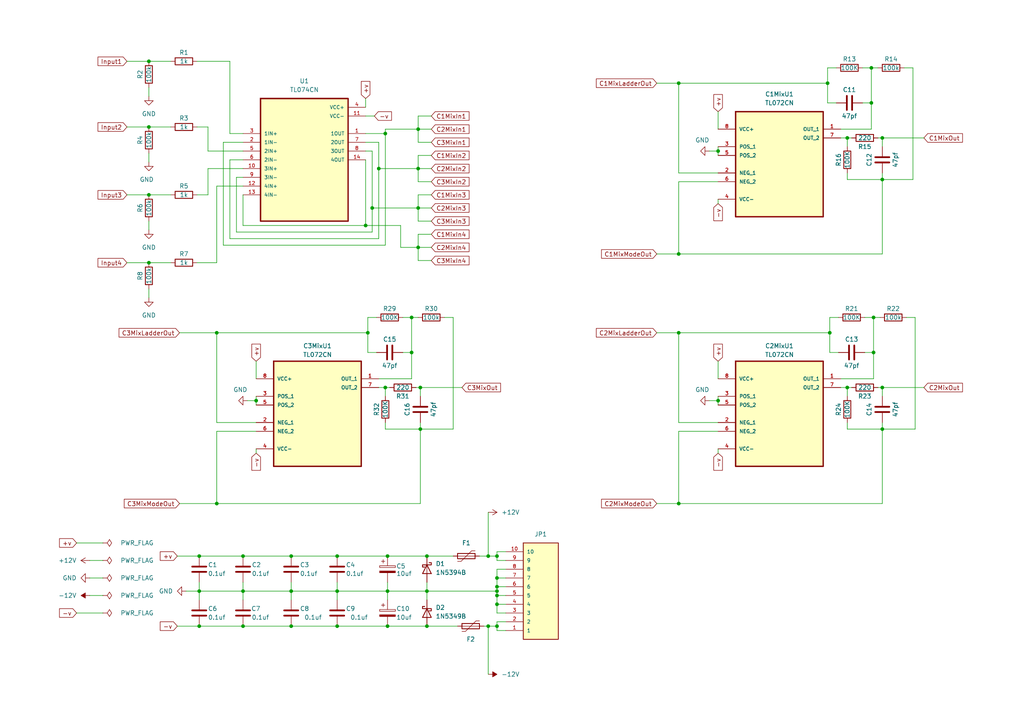
<source format=kicad_sch>
(kicad_sch (version 20230121) (generator eeschema)
  (paper "A4")
  (lib_symbols
    (symbol "+12V_1" (power) (pin_names (offset 0))
      (property "Value" "+12V_1" (at 0 3.556 0))
      (symbol "+12V_1_0_1"
        (polyline (pts (xy -0.762 1.27) (xy 0 2.54)))
        (polyline (pts (xy 0 0) (xy 0 2.54)))
        (polyline (pts (xy 0 2.54) (xy 0.762 1.27)))
      )
      (symbol "+12V_1_1_1"
        (pin power_in line (at 0 0 90) (length 0) hide (name "+12V") (number "1"))
      )
    )
    (symbol "-12V_1" (power) (pin_names (offset 0))
      (property "Value" "-12V_1" (at 0 3.81 0))
      (symbol "-12V_1_0_0"
        (pin power_in line (at 0 0 90) (length 0) hide (name "-12V") (number "1"))
      )
      (symbol "-12V_1_0_1"
        (polyline (pts (xy 0 0) (xy 0 1.27) (xy 0.762 1.27) (xy 0 2.54) (xy -0.762 1.27) (xy 0 1.27)) (fill (type outline)))
      )
    )
    (symbol "1761681-3:1761681-3" (pin_names (offset 1.016))
      (property "Reference" "J" (at -5.58 15.24 0))
      (property "Value" "1761681-3" (at -5.08 -15.24 0))
      (symbol "1761681-3_0_0"
        (rectangle (start -5.08 -12.7) (end 5.08 15.24) (stroke (width 0.254)) (fill (type background)))
        (pin passive line (at -10.16 12.7 0) (length 5.08) (name "1") (number "1"))
        (pin passive line (at -10.16 -10.16 0) (length 5.08) (name "10") (number "10"))
        (pin passive line (at -10.16 10.16 0) (length 5.08) (name "2") (number "2"))
        (pin passive line (at -10.16 7.62 0) (length 5.08) (name "3") (number "3"))
        (pin passive line (at -10.16 5.08 0) (length 5.08) (name "4") (number "4"))
        (pin passive line (at -10.16 2.54 0) (length 5.08) (name "5") (number "5"))
        (pin passive line (at -10.16 0 0) (length 5.08) (name "6") (number "6"))
        (pin passive line (at -10.16 -2.54 0) (length 5.08) (name "7") (number "7"))
        (pin passive line (at -10.16 -5.08 0) (length 5.08) (name "8") (number "8"))
        (pin passive line (at -10.16 -7.62 0) (length 5.08) (name "9") (number "9"))
      )
    )
    (symbol "Device:C" (pin_numbers hide) (pin_names (offset 0.254))
      (property "Reference" "C" (at 0.635 2.54 0))
      (property "Value" "C" (at 0.635 -2.54 0))
      (symbol "C_0_1"
        (polyline (pts (xy -2.032 -0.762) (xy 2.032 -0.762)) (stroke (width 0.508)))
        (polyline (pts (xy -2.032 0.762) (xy 2.032 0.762)) (stroke (width 0.508)))
      )
      (symbol "C_1_1"
        (pin passive line (at 0 3.81 270) (length 2.794) (name "~") (number "1"))
        (pin passive line (at 0 -3.81 90) (length 2.794) (name "~") (number "2"))
      )
    )
    (symbol "Device:C_Polarized" (pin_numbers hide) (pin_names (offset 0.254))
      (property "Reference" "C" (at 0.635 2.54 0))
      (property "Value" "C_Polarized" (at 0.635 -2.54 0))
      (symbol "C_Polarized_0_1"
        (rectangle (start -2.286 0.508) (end 2.286 1.016))
        (polyline (pts (xy -1.778 2.286) (xy -0.762 2.286)))
        (polyline (pts (xy -1.27 2.794) (xy -1.27 1.778)))
        (rectangle (start 2.286 -0.508) (end -2.286 -1.016) (fill (type outline)))
      )
      (symbol "C_Polarized_1_1"
        (pin passive line (at 0 3.81 270) (length 2.794) (name "~") (number "1"))
        (pin passive line (at 0 -3.81 90) (length 2.794) (name "~") (number "2"))
      )
    )
    (symbol "Device:Polyfuse" (pin_numbers hide) (pin_names (offset 0))
      (property "Reference" "F" (at -2.54 0 90))
      (property "Value" "Polyfuse" (at 2.54 0 90))
      (symbol "Polyfuse_0_1"
        (rectangle (start -0.762 2.54) (end 0.762 -2.54) (stroke (width 0.254)))
        (polyline (pts (xy 0 2.54) (xy 0 -2.54)))
        (polyline (pts (xy -1.524 2.54) (xy -1.524 1.524) (xy 1.524 -1.524) (xy 1.524 -2.54)))
      )
      (symbol "Polyfuse_1_1"
        (pin passive line (at 0 3.81 270) (length 1.27) (name "~") (number "1"))
        (pin passive line (at 0 -3.81 90) (length 1.27) (name "~") (number "2"))
      )
    )
    (symbol "Device:R" (pin_numbers hide) (pin_names (offset 0))
      (property "Reference" "R" (at 2.032 0 90))
      (property "Value" "R" (at 0 0 90))
      (symbol "R_0_1"
        (rectangle (start -1.016 -2.54) (end 1.016 2.54) (stroke (width 0.254)))
      )
      (symbol "R_1_1"
        (pin passive line (at 0 3.81 270) (length 1.27) (name "~") (number "1"))
        (pin passive line (at 0 -3.81 90) (length 1.27) (name "~") (number "2"))
      )
    )
    (symbol "Diode:1N5818" (pin_numbers hide) (pin_names (offset 1.016) hide)
      (property "Reference" "D" (at 0 2.54 0))
      (property "Value" "1N5818" (at 0 -2.54 0))
      (symbol "1N5818_0_1"
        (polyline (pts (xy 1.27 0) (xy -1.27 0)))
        (polyline (pts (xy 1.27 1.27) (xy 1.27 -1.27) (xy -1.27 0) (xy 1.27 1.27)) (stroke (width 0.254)))
        (polyline (pts (xy -1.905 0.635) (xy -1.905 1.27) (xy -1.27 1.27) (xy -1.27 -1.27) (xy -0.635 -1.27) (xy -0.635 -0.635)) (stroke (width 0.254)))
      )
      (symbol "1N5818_1_1"
        (pin passive line (at -3.81 0 0) (length 2.54) (name "K") (number "1"))
        (pin passive line (at 3.81 0 180) (length 2.54) (name "A") (number "2"))
      )
    )
    (symbol "GND_1" (power) (pin_names (offset 0))
      (property "Value" "GND_1" (at 0 -3.81 0))
      (symbol "GND_1_0_1"
        (polyline (pts (xy 0 0) (xy 0 -1.27) (xy 1.27 -1.27) (xy 0 -2.54) (xy -1.27 -1.27) (xy 0 -1.27)))
      )
      (symbol "GND_1_1_1"
        (pin power_in line (at 0 0 270) (length 0) hide (name "GND") (number "1"))
      )
    )
    (symbol "PWR_FLAG_1" (power) (pin_numbers hide) (pin_names (offset 0) hide)
      (property "Value" "PWR_FLAG_1" (at 0 3.81 0))
      (symbol "PWR_FLAG_1_0_0"
        (pin power_out line (at 0 0 90) (length 0) (name "pwr") (number "1"))
      )
      (symbol "PWR_FLAG_1_0_1"
        (polyline (pts (xy 0 0) (xy 0 1.27) (xy -1.016 1.905) (xy 0 2.54) (xy 1.016 1.905) (xy 0 1.27)))
      )
    )
    (symbol "TL072CN:TL072CN" (pin_names (offset 1.016))
      (property "Reference" "U" (at -4.9367 15.2937 0))
      (property "Value" "TL072CN" (at -4.4236 -22.1687 0))
      (symbol "TL072CN_0_0"
        (rectangle (start -12.7 -17.78) (end 12.7 12.7) (stroke (width 0.4064)) (fill (type background)))
        (pin output line (at 17.78 7.62 180) (length 5.08) (name "OUT_1") (number "1"))
        (pin input line (at -17.78 -5.08 0) (length 5.08) (name "NEG_1") (number "2"))
        (pin input line (at -17.78 2.54 0) (length 5.08) (name "POS_1") (number "3"))
        (pin power_in line (at -17.78 -12.7 0) (length 5.08) (name "VCC-") (number "4"))
        (pin input line (at -17.78 0 0) (length 5.08) (name "POS_2") (number "5"))
        (pin input line (at -17.78 -7.62 0) (length 5.08) (name "NEG_2") (number "6"))
        (pin output line (at 17.78 5.08 180) (length 5.08) (name "OUT_2") (number "7"))
        (pin power_in line (at -17.78 7.62 0) (length 5.08) (name "VCC+") (number "8"))
      )
    )
    (symbol "TL074CN:TL074CN" (pin_names (offset 1.016))
      (property "Reference" "U" (at -12.7 18.78 0))
      (property "Value" "TL074CN" (at -12.7 -21.78 0))
      (symbol "TL074CN_0_0"
        (rectangle (start -12.7 -17.78) (end 12.7 17.78) (stroke (width 0.41)) (fill (type background)))
        (pin output line (at 17.78 7.62 180) (length 5.08) (name "1OUT") (number "1"))
        (pin input line (at -17.78 -2.54 0) (length 5.08) (name "3IN+") (number "10"))
        (pin power_in line (at 17.78 12.7 180) (length 5.08) (name "VCC-") (number "11"))
        (pin input line (at -17.78 -7.62 0) (length 5.08) (name "4IN+") (number "12"))
        (pin input line (at -17.78 -10.16 0) (length 5.08) (name "4IN-") (number "13"))
        (pin output line (at 17.78 0 180) (length 5.08) (name "4OUT") (number "14"))
        (pin input line (at -17.78 5.08 0) (length 5.08) (name "1IN-") (number "2"))
        (pin input line (at -17.78 7.62 0) (length 5.08) (name "1IN+") (number "3"))
        (pin power_in line (at 17.78 15.24 180) (length 5.08) (name "VCC+") (number "4"))
        (pin input line (at -17.78 2.54 0) (length 5.08) (name "2IN+") (number "5"))
        (pin input line (at -17.78 0 0) (length 5.08) (name "2IN-") (number "6"))
        (pin output line (at 17.78 5.08 180) (length 5.08) (name "2OUT") (number "7"))
        (pin output line (at 17.78 2.54 180) (length 5.08) (name "3OUT") (number "8"))
        (pin input line (at -17.78 -5.08 0) (length 5.08) (name "3IN-") (number "9"))
      )
    )
    (symbol "power:GND" (power) (pin_names (offset 0))
      (property "Value" "GND" (at 0 -3.81 0))
      (symbol "GND_0_1"
        (polyline (pts (xy 0 0) (xy 0 -1.27) (xy 1.27 -1.27) (xy 0 -2.54) (xy -1.27 -1.27) (xy 0 -1.27)))
      )
      (symbol "GND_1_1"
        (pin power_in line (at 0 0 270) (length 0) hide (name "GND") (number "1"))
      )
    )
  )
  (junction (at 240.665 96.52))
  (junction (at 240.03 24.13))
  (junction (at 121.92 112.395))
  (junction (at 144.145 181.61))
  (junction (at 57.785 161.29))
  (junction (at 74.295 116.205))
  (junction (at 57.785 181.61))
  (junction (at 196.85 146.05))
  (junction (at 141.605 181.61))
  (junction (at 123.825 161.29))
  (junction (at 144.145 170.18))
  (junction (at 106.68 96.52))
  (junction (at 97.79 161.29))
  (junction (at 121.285 48.895))
  (junction (at 196.85 96.52))
  (junction (at 111.76 38.735))
  (junction (at 255.905 52.07))
  (junction (at 70.485 161.29))
  (junction (at 84.455 161.29))
  (junction (at 253.365 92.075))
  (junction (at 252.73 29.845))
  (junction (at 144.145 175.26))
  (junction (at 121.285 60.325))
  (junction (at 112.395 171.45))
  (junction (at 109.855 48.895))
  (junction (at 123.825 181.61))
  (junction (at 43.18 17.78))
  (junction (at 144.145 172.72))
  (junction (at 119.38 92.075))
  (junction (at 119.38 102.235))
  (junction (at 112.395 181.61))
  (junction (at 208.28 116.205))
  (junction (at 43.18 36.83))
  (junction (at 121.92 124.46))
  (junction (at 121.285 71.755))
  (junction (at 245.745 40.005))
  (junction (at 111.76 112.395))
  (junction (at 196.85 24.13))
  (junction (at 106.045 65.405))
  (junction (at 245.745 112.395))
  (junction (at 97.79 171.45))
  (junction (at 70.485 181.61))
  (junction (at 62.865 96.52))
  (junction (at 70.485 171.45))
  (junction (at 255.905 112.395))
  (junction (at 121.285 37.465))
  (junction (at 112.395 161.29))
  (junction (at 252.73 19.685))
  (junction (at 43.18 76.2))
  (junction (at 123.825 171.45))
  (junction (at 141.605 161.29))
  (junction (at 208.28 43.815))
  (junction (at 57.785 171.45))
  (junction (at 144.145 161.29))
  (junction (at 107.95 60.325))
  (junction (at 255.905 124.46))
  (junction (at 62.865 146.05))
  (junction (at 97.79 181.61))
  (junction (at 144.145 171.45))
  (junction (at 253.365 102.235))
  (junction (at 84.455 181.61))
  (junction (at 196.85 73.66))
  (junction (at 255.905 40.005))
  (junction (at 144.145 167.64))
  (junction (at 43.18 56.515))
  (junction (at 84.455 171.45))
  (wire (pts (xy 208.28 43.815) (xy 205.74 43.815)))
  (wire (pts (xy 66.675 17.78) (xy 57.15 17.78)))
  (wire (pts (xy 255.905 52.07) (xy 255.905 50.165)))
  (wire (pts (xy 97.79 181.61) (xy 112.395 181.61)))
  (wire (pts (xy 245.745 124.46) (xy 255.905 124.46)))
  (wire (pts (xy 128.905 92.075) (xy 131.445 92.075)))
  (wire (pts (xy 121.92 124.46) (xy 121.92 146.05)))
  (wire (pts (xy 265.43 92.075) (xy 265.43 124.46)))
  (wire (pts (xy 68.58 51.435) (xy 70.485 51.435)))
  (wire (pts (xy 70.485 46.355) (xy 66.675 46.355)))
  (wire (pts (xy 121.285 60.325) (xy 125.095 60.325)))
  (wire (pts (xy 119.38 92.075) (xy 121.285 92.075)))
  (wire (pts (xy 121.285 33.655) (xy 121.285 37.465)))
  (wire (pts (xy 60.325 43.815) (xy 60.325 36.83)))
  (wire (pts (xy 106.68 96.52) (xy 106.68 102.235)))
  (wire (pts (xy 144.145 167.64) (xy 146.685 167.64)))
  (wire (pts (xy 196.85 24.13) (xy 240.03 24.13)))
  (wire (pts (xy 196.85 122.555) (xy 208.28 122.555)))
  (wire (pts (xy 121.285 67.945) (xy 121.285 71.755)))
  (wire (pts (xy 253.365 92.075) (xy 253.365 102.235)))
  (wire (pts (xy 262.89 92.075) (xy 265.43 92.075)))
  (wire (pts (xy 112.395 171.45) (xy 123.825 171.45)))
  (wire (pts (xy 240.665 96.52) (xy 240.665 102.235)))
  (wire (pts (xy 43.18 83.82) (xy 43.18 86.36)))
  (wire (pts (xy 119.38 92.075) (xy 119.38 102.235)))
  (wire (pts (xy 196.85 125.095) (xy 196.85 146.05)))
  (wire (pts (xy 265.43 124.46) (xy 255.905 124.46)))
  (wire (pts (xy 121.285 37.465) (xy 125.095 37.465)))
  (wire (pts (xy 97.79 161.29) (xy 112.395 161.29)))
  (wire (pts (xy 57.785 171.45) (xy 57.785 173.99)))
  (wire (pts (xy 106.045 43.815) (xy 107.95 43.815)))
  (wire (pts (xy 139.065 161.29) (xy 141.605 161.29)))
  (wire (pts (xy 57.15 36.83) (xy 60.325 36.83)))
  (wire (pts (xy 196.85 146.05) (xy 255.905 146.05)))
  (wire (pts (xy 84.455 168.91) (xy 84.455 171.45)))
  (wire (pts (xy 68.58 67.31) (xy 68.58 51.435)))
  (wire (pts (xy 121.285 71.755) (xy 125.095 71.755)))
  (wire (pts (xy 123.825 181.61) (xy 132.715 181.61)))
  (wire (pts (xy 121.285 75.565) (xy 125.095 75.565)))
  (wire (pts (xy 112.395 168.91) (xy 112.395 171.45)))
  (wire (pts (xy 245.745 112.395) (xy 245.745 114.935)))
  (wire (pts (xy 97.79 168.91) (xy 97.79 171.45)))
  (wire (pts (xy 250.825 92.075) (xy 253.365 92.075)))
  (wire (pts (xy 109.22 92.075) (xy 106.68 92.075)))
  (wire (pts (xy 255.905 40.005) (xy 267.97 40.005)))
  (wire (pts (xy 196.85 50.165) (xy 208.28 50.165)))
  (wire (pts (xy 121.285 45.085) (xy 121.285 48.895)))
  (wire (pts (xy 26.035 167.64) (xy 29.845 167.64)))
  (wire (pts (xy 208.28 42.545) (xy 208.28 43.815)))
  (wire (pts (xy 22.225 177.8) (xy 29.845 177.8)))
  (wire (pts (xy 57.785 161.29) (xy 70.485 161.29)))
  (wire (pts (xy 121.285 48.895) (xy 125.095 48.895)))
  (wire (pts (xy 240.03 24.13) (xy 240.03 19.685)))
  (wire (pts (xy 208.28 52.705) (xy 196.85 52.705)))
  (wire (pts (xy 208.28 116.205) (xy 205.74 116.205)))
  (wire (pts (xy 245.745 122.555) (xy 245.745 124.46)))
  (wire (pts (xy 190.5 146.05) (xy 196.85 146.05)))
  (wire (pts (xy 107.95 67.31) (xy 68.58 67.31)))
  (wire (pts (xy 74.295 116.205) (xy 74.295 117.475)))
  (wire (pts (xy 196.85 122.555) (xy 196.85 96.52)))
  (wire (pts (xy 131.445 124.46) (xy 121.92 124.46)))
  (wire (pts (xy 144.145 170.18) (xy 146.685 170.18)))
  (wire (pts (xy 107.95 43.815) (xy 107.95 60.325)))
  (wire (pts (xy 121.285 37.465) (xy 121.285 41.275)))
  (wire (pts (xy 43.18 25.4) (xy 43.18 27.94)))
  (wire (pts (xy 243.205 102.235) (xy 240.665 102.235)))
  (wire (pts (xy 208.28 43.815) (xy 208.28 45.085)))
  (wire (pts (xy 57.785 171.45) (xy 70.485 171.45)))
  (wire (pts (xy 144.145 182.88) (xy 146.685 182.88)))
  (wire (pts (xy 52.07 146.05) (xy 62.865 146.05)))
  (wire (pts (xy 125.095 67.945) (xy 121.285 67.945)))
  (wire (pts (xy 190.5 24.13) (xy 196.85 24.13)))
  (wire (pts (xy 111.76 112.395) (xy 113.03 112.395)))
  (wire (pts (xy 245.745 50.165) (xy 245.745 52.07)))
  (wire (pts (xy 53.975 171.45) (xy 57.785 171.45)))
  (wire (pts (xy 141.605 181.61) (xy 141.605 195.58)))
  (wire (pts (xy 70.485 181.61) (xy 84.455 181.61)))
  (wire (pts (xy 43.18 76.2) (xy 49.53 76.2)))
  (wire (pts (xy 111.76 37.465) (xy 121.285 37.465)))
  (wire (pts (xy 57.15 56.515) (xy 60.325 56.515)))
  (wire (pts (xy 116.205 71.755) (xy 121.285 71.755)))
  (wire (pts (xy 36.83 76.2) (xy 43.18 76.2)))
  (wire (pts (xy 144.145 172.72) (xy 144.145 175.26)))
  (wire (pts (xy 62.865 122.555) (xy 74.295 122.555)))
  (wire (pts (xy 43.18 64.135) (xy 43.18 66.675)))
  (wire (pts (xy 119.38 102.235) (xy 119.38 109.855)))
  (wire (pts (xy 196.85 73.66) (xy 255.905 73.66)))
  (wire (pts (xy 62.865 146.05) (xy 121.92 146.05)))
  (wire (pts (xy 22.225 157.48) (xy 29.845 157.48)))
  (wire (pts (xy 252.73 29.845) (xy 250.19 29.845)))
  (wire (pts (xy 74.295 104.775) (xy 74.295 109.855)))
  (wire (pts (xy 111.76 38.735) (xy 111.76 71.12)))
  (wire (pts (xy 70.485 168.91) (xy 70.485 171.45)))
  (wire (pts (xy 140.335 181.61) (xy 141.605 181.61)))
  (wire (pts (xy 144.145 171.45) (xy 144.145 172.72)))
  (wire (pts (xy 255.905 112.395) (xy 255.905 114.935)))
  (wire (pts (xy 144.145 167.64) (xy 144.145 170.18)))
  (wire (pts (xy 245.745 112.395) (xy 247.015 112.395)))
  (wire (pts (xy 141.605 148.59) (xy 141.605 161.29)))
  (wire (pts (xy 253.365 92.075) (xy 255.27 92.075)))
  (wire (pts (xy 208.28 125.095) (xy 196.85 125.095)))
  (wire (pts (xy 62.865 53.975) (xy 62.865 76.2)))
  (wire (pts (xy 144.145 180.34) (xy 144.145 181.61)))
  (wire (pts (xy 240.665 92.075) (xy 240.665 96.52)))
  (wire (pts (xy 208.28 114.935) (xy 208.28 116.205)))
  (wire (pts (xy 254.635 40.005) (xy 255.905 40.005)))
  (wire (pts (xy 121.92 112.395) (xy 121.92 114.935)))
  (wire (pts (xy 141.605 161.29) (xy 144.145 161.29)))
  (wire (pts (xy 36.83 56.515) (xy 43.18 56.515)))
  (wire (pts (xy 97.79 171.45) (xy 97.79 173.99)))
  (wire (pts (xy 62.865 96.52) (xy 62.865 122.555)))
  (wire (pts (xy 26.035 172.72) (xy 29.845 172.72)))
  (wire (pts (xy 57.15 76.2) (xy 62.865 76.2)))
  (wire (pts (xy 243.205 92.075) (xy 240.665 92.075)))
  (wire (pts (xy 125.095 33.655) (xy 121.285 33.655)))
  (wire (pts (xy 208.28 104.775) (xy 208.28 109.855)))
  (wire (pts (xy 245.745 40.005) (xy 247.015 40.005)))
  (wire (pts (xy 57.785 181.61) (xy 70.485 181.61)))
  (wire (pts (xy 123.825 171.45) (xy 123.825 173.99)))
  (wire (pts (xy 43.18 44.45) (xy 43.18 46.99)))
  (wire (pts (xy 116.205 71.755) (xy 116.205 65.405)))
  (wire (pts (xy 74.295 116.205) (xy 71.755 116.205)))
  (wire (pts (xy 144.145 162.56) (xy 146.685 162.56)))
  (wire (pts (xy 131.445 92.075) (xy 131.445 124.46)))
  (wire (pts (xy 107.95 60.325) (xy 107.95 67.31)))
  (wire (pts (xy 144.145 181.61) (xy 144.145 182.88)))
  (wire (pts (xy 109.22 102.235) (xy 106.68 102.235)))
  (wire (pts (xy 109.855 48.895) (xy 121.285 48.895)))
  (wire (pts (xy 84.455 171.45) (xy 97.79 171.45)))
  (wire (pts (xy 66.675 38.735) (xy 66.675 17.78)))
  (wire (pts (xy 70.485 65.405) (xy 70.485 56.515)))
  (wire (pts (xy 43.18 56.515) (xy 49.53 56.515)))
  (wire (pts (xy 146.685 160.02) (xy 144.145 160.02)))
  (wire (pts (xy 196.85 24.13) (xy 196.85 50.165)))
  (wire (pts (xy 60.325 43.815) (xy 70.485 43.815)))
  (wire (pts (xy 125.095 45.085) (xy 121.285 45.085)))
  (wire (pts (xy 107.95 60.325) (xy 121.285 60.325)))
  (wire (pts (xy 243.84 37.465) (xy 252.73 37.465)))
  (wire (pts (xy 70.485 171.45) (xy 84.455 171.45)))
  (wire (pts (xy 70.485 171.45) (xy 70.485 173.99)))
  (wire (pts (xy 242.57 29.845) (xy 240.03 29.845)))
  (wire (pts (xy 144.145 172.72) (xy 146.685 172.72)))
  (wire (pts (xy 111.76 38.735) (xy 111.76 37.465)))
  (wire (pts (xy 57.785 168.91) (xy 57.785 171.45)))
  (wire (pts (xy 121.92 112.395) (xy 133.985 112.395)))
  (wire (pts (xy 243.84 112.395) (xy 245.745 112.395)))
  (wire (pts (xy 106.045 28.575) (xy 106.045 31.115)))
  (wire (pts (xy 36.83 36.83) (xy 43.18 36.83)))
  (wire (pts (xy 111.76 122.555) (xy 111.76 124.46)))
  (wire (pts (xy 121.285 52.705) (xy 125.095 52.705)))
  (wire (pts (xy 121.285 64.135) (xy 125.095 64.135)))
  (wire (pts (xy 250.19 19.685) (xy 252.73 19.685)))
  (wire (pts (xy 190.5 73.66) (xy 196.85 73.66)))
  (wire (pts (xy 116.205 65.405) (xy 106.045 65.405)))
  (wire (pts (xy 121.92 122.555) (xy 121.92 124.46)))
  (wire (pts (xy 196.85 52.705) (xy 196.85 73.66)))
  (wire (pts (xy 262.255 19.685) (xy 264.795 19.685)))
  (wire (pts (xy 70.485 38.735) (xy 66.675 38.735)))
  (wire (pts (xy 106.68 92.075) (xy 106.68 96.52)))
  (wire (pts (xy 125.095 56.515) (xy 121.285 56.515)))
  (wire (pts (xy 141.605 181.61) (xy 144.145 181.61)))
  (wire (pts (xy 74.295 125.095) (xy 62.865 125.095)))
  (wire (pts (xy 254.635 112.395) (xy 255.905 112.395)))
  (wire (pts (xy 121.285 41.275) (xy 125.095 41.275)))
  (wire (pts (xy 208.28 32.385) (xy 208.28 37.465)))
  (wire (pts (xy 106.045 33.655) (xy 108.585 33.655)))
  (wire (pts (xy 243.84 40.005) (xy 245.745 40.005)))
  (wire (pts (xy 60.325 48.895) (xy 60.325 56.515)))
  (wire (pts (xy 43.18 36.83) (xy 49.53 36.83)))
  (wire (pts (xy 123.825 171.45) (xy 144.145 171.45)))
  (wire (pts (xy 253.365 102.235) (xy 253.365 109.855)))
  (wire (pts (xy 111.76 124.46) (xy 121.92 124.46)))
  (wire (pts (xy 121.285 60.325) (xy 121.285 64.135)))
  (wire (pts (xy 196.85 96.52) (xy 240.665 96.52)))
  (wire (pts (xy 123.825 168.91) (xy 123.825 171.45)))
  (wire (pts (xy 51.435 181.61) (xy 57.785 181.61)))
  (wire (pts (xy 26.035 162.56) (xy 29.845 162.56)))
  (wire (pts (xy 84.455 161.29) (xy 97.79 161.29)))
  (wire (pts (xy 70.485 53.975) (xy 62.865 53.975)))
  (wire (pts (xy 253.365 102.235) (xy 250.825 102.235)))
  (wire (pts (xy 112.395 181.61) (xy 123.825 181.61)))
  (wire (pts (xy 84.455 171.45) (xy 84.455 173.99)))
  (wire (pts (xy 74.295 130.175) (xy 74.295 131.445)))
  (wire (pts (xy 43.18 17.78) (xy 49.53 17.78)))
  (wire (pts (xy 109.855 48.895) (xy 109.855 69.215)))
  (wire (pts (xy 112.395 161.29) (xy 123.825 161.29)))
  (wire (pts (xy 66.675 46.355) (xy 66.675 69.215)))
  (wire (pts (xy 106.045 38.735) (xy 111.76 38.735)))
  (wire (pts (xy 255.905 124.46) (xy 255.905 122.555)))
  (wire (pts (xy 242.57 19.685) (xy 240.03 19.685)))
  (wire (pts (xy 255.905 52.07) (xy 255.905 73.66)))
  (wire (pts (xy 255.905 52.07) (xy 264.795 52.07)))
  (wire (pts (xy 208.28 116.205) (xy 208.28 117.475)))
  (wire (pts (xy 70.485 161.29) (xy 84.455 161.29)))
  (wire (pts (xy 112.395 171.45) (xy 112.395 173.99)))
  (wire (pts (xy 245.745 40.005) (xy 245.745 42.545)))
  (wire (pts (xy 120.65 112.395) (xy 121.92 112.395)))
  (wire (pts (xy 252.73 29.845) (xy 252.73 37.465)))
  (wire (pts (xy 146.685 180.34) (xy 144.145 180.34)))
  (wire (pts (xy 106.68 96.52) (xy 62.865 96.52)))
  (wire (pts (xy 119.38 102.235) (xy 116.84 102.235)))
  (wire (pts (xy 97.79 171.45) (xy 112.395 171.45)))
  (wire (pts (xy 64.77 41.275) (xy 70.485 41.275)))
  (wire (pts (xy 84.455 181.61) (xy 97.79 181.61)))
  (wire (pts (xy 74.295 114.935) (xy 74.295 116.205)))
  (wire (pts (xy 109.855 109.855) (xy 119.38 109.855)))
  (wire (pts (xy 146.685 165.1) (xy 144.145 165.1)))
  (wire (pts (xy 264.795 52.07) (xy 264.795 19.685)))
  (wire (pts (xy 36.83 17.78) (xy 43.18 17.78)))
  (wire (pts (xy 106.045 65.405) (xy 70.485 65.405)))
  (wire (pts (xy 111.76 71.12) (xy 64.77 71.12)))
  (wire (pts (xy 121.285 71.755) (xy 121.285 75.565)))
  (wire (pts (xy 255.905 112.395) (xy 267.97 112.395)))
  (wire (pts (xy 123.825 161.29) (xy 131.445 161.29)))
  (wire (pts (xy 109.855 41.275) (xy 109.855 48.895)))
  (wire (pts (xy 208.28 57.785) (xy 208.28 59.055)))
  (wire (pts (xy 121.285 48.895) (xy 121.285 52.705)))
  (wire (pts (xy 245.745 52.07) (xy 255.905 52.07)))
  (wire (pts (xy 255.905 124.46) (xy 255.905 146.05)))
  (wire (pts (xy 144.145 175.26) (xy 146.685 175.26)))
  (wire (pts (xy 255.905 40.005) (xy 255.905 42.545)))
  (wire (pts (xy 106.045 46.355) (xy 106.045 65.405)))
  (wire (pts (xy 240.03 29.845) (xy 240.03 24.13)))
  (wire (pts (xy 62.865 125.095) (xy 62.865 146.05)))
  (wire (pts (xy 60.325 48.895) (xy 70.485 48.895)))
  (wire (pts (xy 144.145 175.26) (xy 144.145 177.8)))
  (wire (pts (xy 121.285 56.515) (xy 121.285 60.325)))
  (wire (pts (xy 106.045 41.275) (xy 109.855 41.275)))
  (wire (pts (xy 51.435 161.29) (xy 57.785 161.29)))
  (wire (pts (xy 144.145 160.02) (xy 144.145 161.29)))
  (wire (pts (xy 144.145 165.1) (xy 144.145 167.64)))
  (wire (pts (xy 111.76 112.395) (xy 111.76 114.935)))
  (wire (pts (xy 116.84 92.075) (xy 119.38 92.075)))
  (wire (pts (xy 66.675 69.215) (xy 109.855 69.215)))
  (wire (pts (xy 144.145 177.8) (xy 146.685 177.8)))
  (wire (pts (xy 208.28 130.175) (xy 208.28 131.445)))
  (wire (pts (xy 252.73 19.685) (xy 252.73 29.845)))
  (wire (pts (xy 109.855 112.395) (xy 111.76 112.395)))
  (wire (pts (xy 243.84 109.855) (xy 253.365 109.855)))
  (wire (pts (xy 252.73 19.685) (xy 254.635 19.685)))
  (wire (pts (xy 52.07 96.52) (xy 62.865 96.52)))
  (wire (pts (xy 190.5 96.52) (xy 196.85 96.52)))
  (wire (pts (xy 144.145 161.29) (xy 144.145 162.56)))
  (wire (pts (xy 64.77 71.12) (xy 64.77 41.275)))
  (wire (pts (xy 144.145 170.18) (xy 144.145 171.45)))
  (global_label "C2MixOut" (shape input) (at 267.97 112.395 0) (property "Intersheetrefs" "${INTERSHEET_REFS}" (effects hide)))
  (global_label "+v" (shape input) (at 51.435 161.29 180) (property "Intersheetrefs" "${INTERSHEET_REFS}" (effects hide)))
  (global_label "C1MixModeOut" (shape input) (at 190.5 73.66 180) (property "Intersheetrefs" "${INTERSHEET_REFS}" (effects hide)))
  (global_label "-v" (shape input) (at 51.435 181.61 180) (property "Intersheetrefs" "${INTERSHEET_REFS}" (effects hide)))
  (global_label "C2MixIn3" (shape input) (at 125.095 60.325 0) (property "Intersheetrefs" "${INTERSHEET_REFS}" (effects hide)))
  (global_label "-v" (shape input) (at 208.28 131.445 270) (property "Intersheetrefs" "${INTERSHEET_REFS}" (effects hide)))
  (global_label "Input2" (shape input) (at 36.83 36.83 180) (property "Intersheetrefs" "${INTERSHEET_REFS}" (effects hide)))
  (global_label "C1MixIn3" (shape input) (at 125.095 56.515 0) (property "Intersheetrefs" "${INTERSHEET_REFS}" (effects hide)))
  (global_label "C1MixIn2" (shape input) (at 125.095 45.085 0) (property "Intersheetrefs" "${INTERSHEET_REFS}" (effects hide)))
  (global_label "C1MixIn1" (shape input) (at 125.095 33.655 0) (property "Intersheetrefs" "${INTERSHEET_REFS}" (effects hide)))
  (global_label "C2MixIn2" (shape input) (at 125.095 48.895 0) (property "Intersheetrefs" "${INTERSHEET_REFS}" (effects hide)))
  (global_label "C3MixLadderOut" (shape input) (at 52.07 96.52 180) (property "Intersheetrefs" "${INTERSHEET_REFS}" (effects hide)))
  (global_label "C3MixIn4" (shape input) (at 125.095 75.565 0) (property "Intersheetrefs" "${INTERSHEET_REFS}" (effects hide)))
  (global_label "C2MixIn4" (shape input) (at 125.095 71.755 0) (property "Intersheetrefs" "${INTERSHEET_REFS}" (effects hide)))
  (global_label "C1MixLadderOut" (shape input) (at 190.5 24.13 180) (property "Intersheetrefs" "${INTERSHEET_REFS}" (effects hide)))
  (global_label "-v" (shape input) (at 74.295 131.445 270) (property "Intersheetrefs" "${INTERSHEET_REFS}" (effects hide)))
  (global_label "+v" (shape input) (at 208.28 104.775 90) (property "Intersheetrefs" "${INTERSHEET_REFS}" (effects hide)))
  (global_label "C2MixModeOut" (shape input) (at 190.5 146.05 180) (property "Intersheetrefs" "${INTERSHEET_REFS}" (effects hide)))
  (global_label "+v" (shape input) (at 22.225 157.48 180) (property "Intersheetrefs" "${INTERSHEET_REFS}" (effects hide)))
  (global_label "C2MixIn1" (shape input) (at 125.095 37.465 0) (property "Intersheetrefs" "${INTERSHEET_REFS}" (effects hide)))
  (global_label "C3MixIn1" (shape input) (at 125.095 41.275 0) (property "Intersheetrefs" "${INTERSHEET_REFS}" (effects hide)))
  (global_label "C1MixIn4" (shape input) (at 125.095 67.945 0) (property "Intersheetrefs" "${INTERSHEET_REFS}" (effects hide)))
  (global_label "C2MixLadderOut" (shape input) (at 190.5 96.52 180) (property "Intersheetrefs" "${INTERSHEET_REFS}" (effects hide)))
  (global_label "-v" (shape input) (at 108.585 33.655 0) (property "Intersheetrefs" "${INTERSHEET_REFS}" (effects hide)))
  (global_label "Input1" (shape input) (at 36.83 17.78 180) (property "Intersheetrefs" "${INTERSHEET_REFS}" (effects hide)))
  (global_label "+v" (shape input) (at 208.28 32.385 90) (property "Intersheetrefs" "${INTERSHEET_REFS}" (effects hide)))
  (global_label "C3MixIn2" (shape input) (at 125.095 52.705 0) (property "Intersheetrefs" "${INTERSHEET_REFS}" (effects hide)))
  (global_label "-v" (shape input) (at 208.28 59.055 270) (property "Intersheetrefs" "${INTERSHEET_REFS}" (effects hide)))
  (global_label "C1MixOut" (shape input) (at 267.97 40.005 0) (property "Intersheetrefs" "${INTERSHEET_REFS}" (effects hide)))
  (global_label "C3MixIn3" (shape input) (at 125.095 64.135 0) (property "Intersheetrefs" "${INTERSHEET_REFS}" (effects hide)))
  (global_label "Input3" (shape input) (at 36.83 56.515 180) (property "Intersheetrefs" "${INTERSHEET_REFS}" (effects hide)))
  (global_label "Input4" (shape input) (at 36.83 76.2 180) (property "Intersheetrefs" "${INTERSHEET_REFS}" (effects hide)))
  (global_label "+v" (shape input) (at 106.045 28.575 90) (property "Intersheetrefs" "${INTERSHEET_REFS}" (effects hide)))
  (global_label "+v" (shape input) (at 74.295 104.775 90) (property "Intersheetrefs" "${INTERSHEET_REFS}" (effects hide)))
  (global_label "C3MixOut" (shape input) (at 133.985 112.395 0) (property "Intersheetrefs" "${INTERSHEET_REFS}" (effects hide)))
  (global_label "C3MixModeOut" (shape input) (at 52.07 146.05 180) (property "Intersheetrefs" "${INTERSHEET_REFS}" (effects hide)))
  (global_label "-v" (shape input) (at 22.225 177.8 180) (property "Intersheetrefs" "${INTERSHEET_REFS}" (effects hide)))
  (symbol (lib_id "Device:R") (at 111.76 118.745 180) (unit 1)
    (property "Reference" "R32" (at 109.22 118.745 90))
    (property "Value" "100K" (at 111.76 118.745 90))
  )
  (symbol (lib_id "Device:C") (at 121.92 118.745 0) (unit 1)
    (property "Reference" "C16" (at 118.11 118.745 90))
    (property "Value" "47pf" (at 125.73 118.745 90))
  )
  (symbol (lib_name "PWR_FLAG_1") (lib_id "power:PWR_FLAG") (at 29.845 177.8 270) (unit 1)
    (property "Reference" "#FLG05" (effects hide))
    (property "Value" "PWR_FLAG" (at 34.925 177.8 90) (effects (justify left)))
  )
  (symbol (lib_name "+12V_1") (lib_id "power:+12V") (at 141.605 148.59 270) (unit 1)
    (property "Reference" "#PWR022" (effects hide))
    (property "Value" "+12V" (at 145.415 148.59 90) (effects (justify left)))
  )
  (symbol (lib_id "Device:R") (at 125.095 92.075 270) (unit 1)
    (property "Reference" "R30" (at 125.095 89.535 90))
    (property "Value" "100k" (at 125.095 92.075 90))
  )
  (symbol (lib_name "PWR_FLAG_1") (lib_id "power:PWR_FLAG") (at 29.845 172.72 270) (unit 1)
    (property "Reference" "#FLG04" (effects hide))
    (property "Value" "PWR_FLAG" (at 34.925 172.72 90) (effects (justify left)))
  )
  (symbol (lib_id "power:GND") (at 43.18 66.675 0) (unit 1)
    (property "Reference" "#PWR04" (effects hide))
    (property "Value" "GND" (at 43.18 71.755 0))
  )
  (symbol (lib_id "Device:R") (at 43.18 40.64 180) (unit 1)
    (property "Reference" "R4" (at 40.64 40.64 90))
    (property "Value" "100k" (at 43.18 40.64 90))
  )
  (symbol (lib_id "Device:C") (at 255.905 46.355 0) (unit 1)
    (property "Reference" "C12" (at 252.095 46.355 90))
    (property "Value" "47pf" (at 259.715 46.355 90))
  )
  (symbol (lib_id "TL072CN:TL072CN") (at 226.06 45.085 0) (unit 1)
    (property "Reference" "C1MixU1" (at 226.06 27.305 0))
    (property "Value" "TL072CN" (at 226.06 29.845 0))
    (property "Footprint" "TL072CN:DIP254P762X533-8" (effects hide))
    (property "MF" "Texas Instruments" (effects hide))
    (property "Description" "\nJ-FET Amplifier 2 Circuit 8-DIP\n" (effects hide))
    (property "PACKAGE" "DIP" (effects hide))
    (property "MPN" "TL072CN" (effects hide))
    (property "Price" "None" (effects hide))
    (property "Package" "DIP-8 Texas Instruments" (effects hide))
    (property "OC_FARNELL" "1094352" (effects hide))
    (property "SnapEDA_Link" "https://www.snapeda.com/parts/TL072CN/Texas+Instruments/view-part/?ref=snap" (effects hide))
    (property "MP" "TL072CN" (effects hide))
    (property "SUPPLIER" "STMICROELECTRONICS" (effects hide))
    (property "OC_NEWARK" "89K1101" (effects hide))
    (property "Availability" "Not in stock" (effects hide))
    (property "Check_prices" "https://www.snapeda.com/parts/TL072CN/Texas+Instruments/view-part/?ref=eda" (effects hide))
  )
  (symbol (lib_id "Device:C") (at 97.79 177.8 0) (mirror x) (unit 1)
    (property "Reference" "C9" (at 100.33 176.53 0) (effects (justify left)))
    (property "Value" "0.1uf" (at 101.6 179.07 0) (effects (justify left)))
    (property "Footprint" "Capacitor_THT:C_Disc_D7.5mm_W4.4mm_P5.00mm" (effects hide))
  )
  (symbol (lib_id "TL072CN:TL072CN") (at 226.06 117.475 0) (unit 1)
    (property "Reference" "C2MixU1" (at 226.06 100.33 0))
    (property "Value" "TL072CN" (at 226.06 102.87 0))
    (property "Footprint" "TL072CN:DIP254P762X533-8" (effects hide))
    (property "MF" "Texas Instruments" (effects hide))
    (property "Description" "\nJ-FET Amplifier 2 Circuit 8-DIP\n" (effects hide))
    (property "PACKAGE" "DIP" (effects hide))
    (property "MPN" "TL072CN" (effects hide))
    (property "Price" "None" (effects hide))
    (property "Package" "DIP-8 Texas Instruments" (effects hide))
    (property "OC_FARNELL" "1094352" (effects hide))
    (property "SnapEDA_Link" "https://www.snapeda.com/parts/TL072CN/Texas+Instruments/view-part/?ref=snap" (effects hide))
    (property "MP" "TL072CN" (effects hide))
    (property "SUPPLIER" "STMICROELECTRONICS" (effects hide))
    (property "OC_NEWARK" "89K1101" (effects hide))
    (property "Availability" "Not in stock" (effects hide))
    (property "Check_prices" "https://www.snapeda.com/parts/TL072CN/Texas+Instruments/view-part/?ref=eda" (effects hide))
  )
  (symbol (lib_name "-12V_1") (lib_id "power:-12V") (at 26.035 172.72 90) (unit 1)
    (property "Reference" "#PWR014" (effects hide))
    (property "Value" "-12V" (at 22.225 172.72 90) (effects (justify left)))
  )
  (symbol (lib_id "Device:C") (at 84.455 177.8 0) (mirror x) (unit 1)
    (property "Reference" "C8" (at 86.995 176.53 0) (effects (justify left)))
    (property "Value" "0.1uf" (at 88.265 179.07 0) (effects (justify left)))
    (property "Footprint" "Capacitor_THT:C_Disc_D7.5mm_W4.4mm_P5.00mm" (effects hide))
  )
  (symbol (lib_id "Diode:1N5818") (at 123.825 177.8 90) (mirror x) (unit 1)
    (property "Reference" "D2" (at 126.365 176.2124 90) (effects (justify right)))
    (property "Value" "1N5349B" (at 126.365 178.7524 90) (effects (justify right)))
    (property "Footprint" "1N5349B:P2_DO-201" (effects hide))
    (property "Datasheet" "http://www.vishay.com/docs/88525/1n5817.pdf" (effects hide))
    (property "Sim.Library" "../models/1N5818.mod" (effects hide))
    (property "Sim.Name" "1N5818" (effects hide))
    (property "Sim.Pins" "1=A 1=A 2=K 2=K" (effects hide))
  )
  (symbol (lib_name "GND_1") (lib_id "power:GND") (at 26.035 167.64 270) (unit 1)
    (property "Reference" "#PWR010" (effects hide))
    (property "Value" "GND" (at 22.225 167.64 90) (effects (justify right)))
  )
  (symbol (lib_id "TL072CN:TL072CN") (at 92.075 117.475 0) (unit 1)
    (property "Reference" "C3MixU1" (at 92.075 100.33 0))
    (property "Value" "TL072CN" (at 92.075 102.87 0))
    (property "Footprint" "TL072CN:DIP254P762X533-8" (effects hide))
    (property "MF" "Texas Instruments" (effects hide))
    (property "Description" "\nJ-FET Amplifier 2 Circuit 8-DIP\n" (effects hide))
    (property "PACKAGE" "DIP" (effects hide))
    (property "MPN" "TL072CN" (effects hide))
    (property "Price" "None" (effects hide))
    (property "Package" "DIP-8 Texas Instruments" (effects hide))
    (property "OC_FARNELL" "1094352" (effects hide))
    (property "SnapEDA_Link" "https://www.snapeda.com/parts/TL072CN/Texas+Instruments/view-part/?ref=snap" (effects hide))
    (property "MP" "TL072CN" (effects hide))
    (property "SUPPLIER" "STMICROELECTRONICS" (effects hide))
    (property "OC_NEWARK" "89K1101" (effects hide))
    (property "Availability" "Not in stock" (effects hide))
    (property "Check_prices" "https://www.snapeda.com/parts/TL072CN/Texas+Instruments/view-part/?ref=eda" (effects hide))
  )
  (symbol (lib_id "TL074CN:TL074CN") (at 88.265 46.355 0) (unit 1)
    (property "Reference" "U1" (at 88.265 23.495 0))
    (property "Value" "TL074CN" (at 88.265 26.035 0))
    (property "Footprint" "TL074CN:DIP794W45P254L1969H508Q14" (effects hide))
  )
  (symbol (lib_name "PWR_FLAG_1") (lib_id "power:PWR_FLAG") (at 29.845 167.64 270) (unit 1)
    (property "Reference" "#FLG03" (effects hide))
    (property "Value" "PWR_FLAG" (at 34.925 167.64 90) (effects (justify left)))
  )
  (symbol (lib_id "Device:R") (at 53.34 17.78 90) (unit 1)
    (property "Reference" "R1" (at 53.34 15.24 90))
    (property "Value" "1k" (at 53.34 17.78 90))
  )
  (symbol (lib_id "Device:R") (at 43.18 80.01 180) (unit 1)
    (property "Reference" "R8" (at 40.64 80.01 90))
    (property "Value" "100k" (at 43.18 80.01 90))
  )
  (symbol (lib_name "+12V_1") (lib_id "power:+12V") (at 26.035 162.56 90) (unit 1)
    (property "Reference" "#PWR09" (effects hide))
    (property "Value" "+12V" (at 22.225 162.56 90) (effects (justify left)))
  )
  (symbol (lib_name "PWR_FLAG_1") (lib_id "power:PWR_FLAG") (at 29.845 157.48 270) (unit 1)
    (property "Reference" "#FLG01" (effects hide))
    (property "Value" "PWR_FLAG" (at 34.925 157.48 90) (effects (justify left)))
  )
  (symbol (lib_id "1761681-3:1761681-3") (at 156.845 170.18 0) (mirror x) (unit 1)
    (property "Reference" "JP1" (at 156.845 154.94 0))
    (property "Value" "1761681-3" (effects hide))
    (property "Footprint" "1761681-3:TE_1761681-3" (effects hide))
    (property "Comment" "1761681-3" (effects hide))
    (property "Sim.Enable" "0" (effects hide))
    (property "Sim.Device" "SPICE" (effects hide))
    (property "Sim.Params" "type=\"J\" model=\"1761681-3\" lib=\"\"" (effects hide))
    (property "Sim.Pins" "1=1 2=2 3=3 4=4 5=5 6=6 7=7 8=8 9=9 10=10" (effects hide))
  )
  (symbol (lib_id "Device:Polyfuse") (at 135.255 161.29 90) (unit 1)
    (property "Reference" "F1" (at 135.255 157.48 90))
    (property "Value" "${SIM.PARAMS}" (effects hide))
    (property "Footprint" "72R020XU:FUSRB510W81L1358T310H1980" (effects hide))
    (property "Sim.Enable" "0" (effects hide))
    (property "Sim.Device" "SPICE" (effects hide))
    (property "Sim.Params" "type=\"R\" model=\"Polyfuse\" lib=\"\"" (effects hide))
    (property "Sim.Pins" "1=1 2=2" (effects hide))
  )
  (symbol (lib_id "Device:C") (at 57.785 177.8 0) (mirror x) (unit 1)
    (property "Reference" "C6" (at 60.325 176.53 0) (effects (justify left)))
    (property "Value" "0.1uf" (at 60.325 179.07 0) (effects (justify left)))
    (property "Footprint" "Capacitor_THT:C_Disc_D7.5mm_W4.4mm_P5.00mm" (effects hide))
  )
  (symbol (lib_name "PWR_FLAG_1") (lib_id "power:PWR_FLAG") (at 29.845 162.56 270) (unit 1)
    (property "Reference" "#FLG02" (effects hide))
    (property "Value" "PWR_FLAG" (at 34.925 162.56 90) (effects (justify left)))
  )
  (symbol (lib_id "Device:Polyfuse") (at 136.525 181.61 90) (unit 1)
    (property "Reference" "F2" (at 136.525 185.42 90))
    (property "Value" "${SIM.PARAMS}" (effects hide))
    (property "Footprint" "72R020XU:FUSRB510W81L1358T310H1980" (effects hide))
    (property "Sim.Enable" "0" (effects hide))
    (property "Sim.Device" "SPICE" (effects hide))
    (property "Sim.Params" "type=\"R\" model=\"Polyfuse\" lib=\"\"" (effects hide))
    (property "Sim.Pins" "1=1 2=2" (effects hide))
  )
  (symbol (lib_id "Device:C_Polarized") (at 112.395 177.8 0) (unit 1)
    (property "Reference" "C10" (at 114.935 176.53 0) (effects (justify left)))
    (property "Value" "10uf" (at 114.935 179.07 0) (effects (justify left)))
    (property "Footprint" "Capacitor_THT:CP_Radial_D5.0mm_P2.50mm" (effects hide))
  )
  (symbol (lib_id "power:GND") (at 205.74 43.815 270) (unit 1)
    (property "Reference" "#PWR017" (effects hide))
    (property "Value" "GND" (at 205.74 40.64 90) (effects (justify right)))
  )
  (symbol (lib_id "Device:C_Polarized") (at 112.395 165.1 0) (unit 1)
    (property "Reference" "C5" (at 114.935 164.2109 0) (effects (justify left)))
    (property "Value" "10uf" (at 114.935 166.37 0) (effects (justify left)))
    (property "Footprint" "Capacitor_THT:CP_Radial_D5.0mm_P2.50mm" (effects hide))
  )
  (symbol (lib_id "Device:R") (at 245.745 46.355 180) (unit 1)
    (property "Reference" "R16" (at 243.205 46.355 90))
    (property "Value" "100K" (at 245.745 46.355 90))
  )
  (symbol (lib_id "Device:R") (at 113.03 92.075 90) (unit 1)
    (property "Reference" "R29" (at 113.03 89.535 90))
    (property "Value" "100K" (at 113.03 92.075 90))
  )
  (symbol (lib_id "Device:R") (at 116.84 112.395 90) (unit 1)
    (property "Reference" "R31" (at 116.84 114.935 90))
    (property "Value" "220" (at 116.84 112.395 90))
  )
  (symbol (lib_id "Device:R") (at 43.18 21.59 180) (unit 1)
    (property "Reference" "R2" (at 40.64 21.59 90))
    (property "Value" "100k" (at 43.18 21.59 90))
  )
  (symbol (lib_id "Device:C") (at 113.03 102.235 270) (unit 1)
    (property "Reference" "C15" (at 113.03 98.425 90))
    (property "Value" "47pf" (at 113.03 106.045 90))
  )
  (symbol (lib_id "Device:C") (at 247.015 102.235 270) (unit 1)
    (property "Reference" "C13" (at 247.015 98.425 90))
    (property "Value" "47pf" (at 247.015 106.045 90))
  )
  (symbol (lib_id "Device:R") (at 53.34 56.515 90) (unit 1)
    (property "Reference" "R5" (at 53.34 53.975 90))
    (property "Value" "1k" (at 53.34 56.515 90))
  )
  (symbol (lib_id "power:GND") (at 71.755 116.205 270) (unit 1)
    (property "Reference" "#PWR021" (effects hide))
    (property "Value" "GND" (at 71.755 113.03 90) (effects (justify right)))
  )
  (symbol (lib_id "power:GND") (at 43.18 27.94 0) (unit 1)
    (property "Reference" "#PWR02" (effects hide))
    (property "Value" "GND" (at 43.18 33.02 0))
  )
  (symbol (lib_id "Device:R") (at 259.08 92.075 270) (unit 1)
    (property "Reference" "R22" (at 259.08 89.535 90))
    (property "Value" "100k" (at 259.08 92.075 90))
  )
  (symbol (lib_id "Device:R") (at 247.015 92.075 90) (unit 1)
    (property "Reference" "R21" (at 247.015 89.535 90))
    (property "Value" "100K" (at 247.015 92.075 90))
  )
  (symbol (lib_id "Device:C") (at 246.38 29.845 270) (unit 1)
    (property "Reference" "C11" (at 246.38 26.035 90))
    (property "Value" "47pf" (at 246.38 33.655 90))
  )
  (symbol (lib_id "Device:C") (at 57.785 165.1 0) (unit 1)
    (property "Reference" "C1" (at 60.325 163.83 0) (effects (justify left)))
    (property "Value" "0.1uf" (at 60.325 166.37 0) (effects (justify left)))
    (property "Footprint" "Capacitor_THT:C_Disc_D7.5mm_W4.4mm_P5.00mm" (effects hide))
  )
  (symbol (lib_id "Diode:1N5818") (at 123.825 165.1 270) (unit 1)
    (property "Reference" "D1" (at 126.365 163.5124 90) (effects (justify left)))
    (property "Value" "1N5394B" (at 126.365 166.0524 90) (effects (justify left)))
    (property "Footprint" "1N5349B:P2_DO-201" (effects hide))
    (property "Sim.Library" "../models/1N5818.mod" (effects hide))
    (property "Sim.Name" "1N5818" (effects hide))
    (property "Sim.Pins" "1=A 1=A 2=K 2=K" (effects hide))
  )
  (symbol (lib_id "Device:C") (at 70.485 165.1 0) (unit 1)
    (property "Reference" "C2" (at 73.025 163.83 0) (effects (justify left)))
    (property "Value" "0.1uf" (at 73.025 166.37 0) (effects (justify left)))
    (property "Footprint" "Capacitor_THT:C_Disc_D7.5mm_W4.4mm_P5.00mm" (effects hide))
  )
  (symbol (lib_id "power:GND") (at 43.18 46.99 0) (unit 1)
    (property "Reference" "#PWR03" (effects hide))
    (property "Value" "GND" (at 42.545 52.07 0))
  )
  (symbol (lib_id "Device:R") (at 250.825 40.005 90) (unit 1)
    (property "Reference" "R15" (at 250.825 42.545 90))
    (property "Value" "220" (at 250.825 40.005 90))
  )
  (symbol (lib_id "Device:C") (at 70.485 177.8 0) (mirror x) (unit 1)
    (property "Reference" "C7" (at 75.565 176.53 0) (effects (justify right)))
    (property "Value" "0.1uf" (at 78.105 179.07 0) (effects (justify right)))
    (property "Footprint" "Capacitor_THT:C_Disc_D7.5mm_W4.4mm_P5.00mm" (effects hide))
  )
  (symbol (lib_id "Device:R") (at 53.34 36.83 90) (unit 1)
    (property "Reference" "R3" (at 53.34 34.29 90))
    (property "Value" "1k" (at 53.34 36.83 90))
  )
  (symbol (lib_id "power:GND") (at 205.74 116.205 270) (unit 1)
    (property "Reference" "#PWR019" (effects hide))
    (property "Value" "GND" (at 205.74 113.03 90) (effects (justify right)))
  )
  (symbol (lib_name "-12V_1") (lib_id "power:-12V") (at 141.605 195.58 270) (unit 1)
    (property "Reference" "#PWR023" (effects hide))
    (property "Value" "-12V" (at 145.415 195.58 90) (effects (justify left)))
  )
  (symbol (lib_id "Device:R") (at 245.745 118.745 180) (unit 1)
    (property "Reference" "R24" (at 243.205 118.745 90))
    (property "Value" "100K" (at 245.745 118.745 90))
  )
  (symbol (lib_id "Device:C") (at 255.905 118.745 0) (unit 1)
    (property "Reference" "C14" (at 252.095 118.745 90))
    (property "Value" "47pf" (at 259.715 118.745 90))
  )
  (symbol (lib_id "Device:R") (at 43.18 60.325 180) (unit 1)
    (property "Reference" "R6" (at 40.64 60.325 90))
    (property "Value" "100k" (at 43.18 60.325 90))
  )
  (symbol (lib_id "Device:C") (at 84.455 165.1 0) (unit 1)
    (property "Reference" "C3" (at 86.995 163.83 0) (effects (justify left)))
    (property "Value" "0.1uf" (at 86.995 166.37 0) (effects (justify left)))
    (property "Footprint" "Capacitor_THT:C_Disc_D7.5mm_W4.4mm_P5.00mm" (effects hide))
  )
  (symbol (lib_id "power:GND") (at 43.18 86.36 0) (unit 1)
    (property "Reference" "#PWR05" (effects hide))
    (property "Value" "GND" (at 43.18 91.44 0))
  )
  (symbol (lib_id "Device:R") (at 246.38 19.685 90) (unit 1)
    (property "Reference" "R13" (at 246.38 17.145 90))
    (property "Value" "100K" (at 246.38 19.685 90))
  )
  (symbol (lib_name "GND_1") (lib_id "power:GND") (at 53.975 171.45 270) (unit 1)
    (property "Reference" "#PWR015" (effects hide))
    (property "Value" "GND" (at 50.165 171.45 90) (effects (justify right)))
  )
  (symbol (lib_id "Device:R") (at 250.825 112.395 90) (unit 1)
    (property "Reference" "R23" (at 250.825 114.935 90))
    (property "Value" "220" (at 250.825 112.395 90))
  )
  (symbol (lib_id "Device:R") (at 53.34 76.2 90) (unit 1)
    (property "Reference" "R7" (at 53.34 73.66 90))
    (property "Value" "1k" (at 53.34 76.2 90))
  )
  (symbol (lib_id "Device:C") (at 97.79 165.1 0) (unit 1)
    (property "Reference" "C4" (at 100.33 163.83 0) (effects (justify left)))
    (property "Value" "0.1uf" (at 100.33 166.37 0) (effects (justify left)))
    (property "Footprint" "Capacitor_THT:C_Disc_D7.5mm_W4.4mm_P5.00mm" (effects hide))
  )
  (symbol (lib_id "Device:R") (at 258.445 19.685 270) (unit 1)
    (property "Reference" "R14" (at 258.445 17.145 90))
    (property "Value" "100k" (at 258.445 19.685 90))
  )
)
</source>
